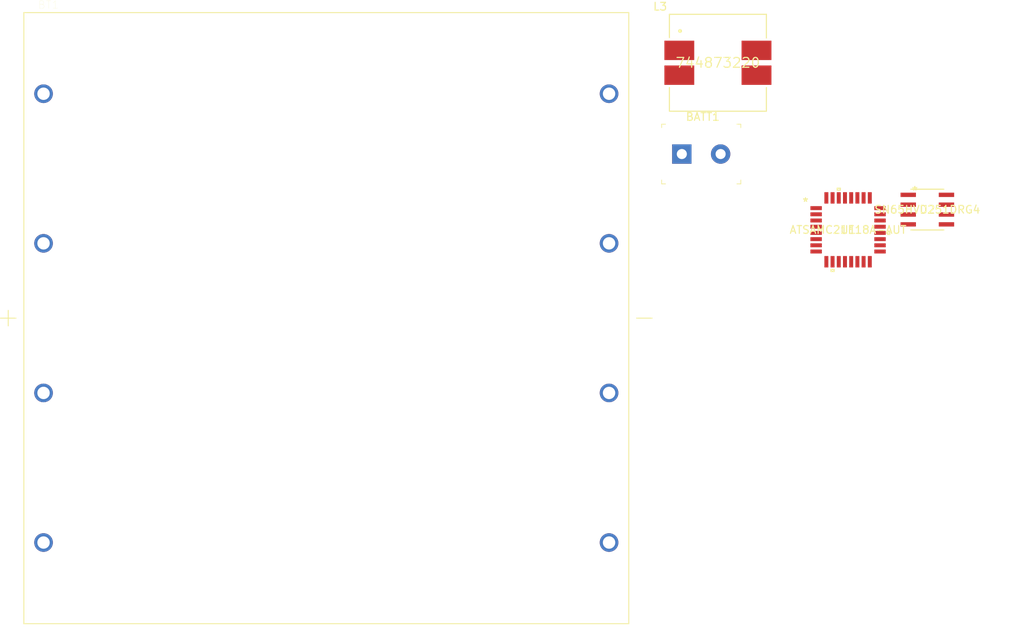
<source format=kicad_pcb>
(kicad_pcb (version 20171130) (host pcbnew 5.1.6)

  (general
    (thickness 1.6)
    (drawings 0)
    (tracks 0)
    (zones 0)
    (modules 5)
    (nets 46)
  )

  (page A4)
  (layers
    (0 F.Cu signal)
    (31 B.Cu signal)
    (32 B.Adhes user)
    (33 F.Adhes user)
    (34 B.Paste user)
    (35 F.Paste user)
    (36 B.SilkS user)
    (37 F.SilkS user)
    (38 B.Mask user)
    (39 F.Mask user)
    (40 Dwgs.User user)
    (41 Cmts.User user)
    (42 Eco1.User user)
    (43 Eco2.User user)
    (44 Edge.Cuts user)
    (45 Margin user)
    (46 B.CrtYd user)
    (47 F.CrtYd user)
    (48 B.Fab user)
    (49 F.Fab user)
  )

  (setup
    (last_trace_width 0.25)
    (trace_clearance 0.2)
    (zone_clearance 0.508)
    (zone_45_only no)
    (trace_min 0.2)
    (via_size 0.8)
    (via_drill 0.4)
    (via_min_size 0.4)
    (via_min_drill 0.3)
    (uvia_size 0.3)
    (uvia_drill 0.1)
    (uvias_allowed no)
    (uvia_min_size 0.2)
    (uvia_min_drill 0.1)
    (edge_width 0.05)
    (segment_width 0.2)
    (pcb_text_width 0.3)
    (pcb_text_size 1.5 1.5)
    (mod_edge_width 0.12)
    (mod_text_size 1 1)
    (mod_text_width 0.15)
    (pad_size 1.524 1.524)
    (pad_drill 0.762)
    (pad_to_mask_clearance 0.05)
    (aux_axis_origin 0 0)
    (visible_elements FFFFFF7F)
    (pcbplotparams
      (layerselection 0x010fc_ffffffff)
      (usegerberextensions false)
      (usegerberattributes true)
      (usegerberadvancedattributes true)
      (creategerberjobfile true)
      (excludeedgelayer true)
      (linewidth 0.100000)
      (plotframeref false)
      (viasonmask false)
      (mode 1)
      (useauxorigin false)
      (hpglpennumber 1)
      (hpglpenspeed 20)
      (hpglpendiameter 15.000000)
      (psnegative false)
      (psa4output false)
      (plotreference true)
      (plotvalue true)
      (plotinvisibletext false)
      (padsonsilk false)
      (subtractmaskfromsilk false)
      (outputformat 1)
      (mirror false)
      (drillshape 1)
      (scaleselection 1)
      (outputdirectory ""))
  )

  (net 0 "")
  (net 1 +BATT)
  (net 2 -BATT)
  (net 3 "Net-(BT1-Pad3)")
  (net 4 "Net-(BT1-Pad2)")
  (net 5 "Net-(BT1-Pad1)")
  (net 6 "Net-(D1-Pad2)")
  (net 7 "Net-(L3-Pad4)")
  (net 8 "Net-(U1-Pad1)")
  (net 9 "Net-(U1-Pad2)")
  (net 10 "Net-(U1-Pad3)")
  (net 11 "Net-(U1-Pad4)")
  (net 12 "Net-(U1-Pad5)")
  (net 13 "Net-(U1-Pad6)")
  (net 14 "Net-(U1-Pad7)")
  (net 15 "Net-(U1-Pad8)")
  (net 16 "Net-(U1-Pad9)")
  (net 17 "Net-(U1-Pad11)")
  (net 18 "Net-(U1-Pad12)")
  (net 19 "Net-(U1-Pad13)")
  (net 20 "Net-(U1-Pad14)")
  (net 21 "Net-(U1-Pad15)")
  (net 22 "Net-(U1-Pad16)")
  (net 23 "Net-(U1-Pad17)")
  (net 24 "Net-(U1-Pad18)")
  (net 25 "Net-(U1-Pad19)")
  (net 26 "Net-(U1-Pad20)")
  (net 27 "Net-(U1-Pad21)")
  (net 28 "Net-(U1-Pad22)")
  (net 29 "Net-(U1-Pad23)")
  (net 30 "Net-(U1-Pad24)")
  (net 31 "Net-(U1-Pad25)")
  (net 32 "Net-(U1-Pad26)")
  (net 33 "Net-(U1-Pad27)")
  (net 34 "Net-(U1-Pad29)")
  (net 35 "Net-(U1-Pad30)")
  (net 36 "Net-(U1-Pad31)")
  (net 37 "Net-(U1-Pad32)")
  (net 38 "Net-(U2-Pad1)")
  (net 39 "Net-(U2-Pad2)")
  (net 40 "Net-(U2-Pad3)")
  (net 41 "Net-(U2-Pad4)")
  (net 42 "Net-(U2-Pad5)")
  (net 43 "Net-(U2-Pad6)")
  (net 44 "Net-(U2-Pad7)")
  (net 45 "Net-(U2-Pad8)")

  (net_class Default "This is the default net class."
    (clearance 0.2)
    (trace_width 0.25)
    (via_dia 0.8)
    (via_drill 0.4)
    (uvia_dia 0.3)
    (uvia_drill 0.1)
    (add_net +BATT)
    (add_net -BATT)
    (add_net "Net-(BT1-Pad1)")
    (add_net "Net-(BT1-Pad2)")
    (add_net "Net-(BT1-Pad3)")
    (add_net "Net-(D1-Pad2)")
    (add_net "Net-(L3-Pad4)")
    (add_net "Net-(U1-Pad1)")
    (add_net "Net-(U1-Pad11)")
    (add_net "Net-(U1-Pad12)")
    (add_net "Net-(U1-Pad13)")
    (add_net "Net-(U1-Pad14)")
    (add_net "Net-(U1-Pad15)")
    (add_net "Net-(U1-Pad16)")
    (add_net "Net-(U1-Pad17)")
    (add_net "Net-(U1-Pad18)")
    (add_net "Net-(U1-Pad19)")
    (add_net "Net-(U1-Pad2)")
    (add_net "Net-(U1-Pad20)")
    (add_net "Net-(U1-Pad21)")
    (add_net "Net-(U1-Pad22)")
    (add_net "Net-(U1-Pad23)")
    (add_net "Net-(U1-Pad24)")
    (add_net "Net-(U1-Pad25)")
    (add_net "Net-(U1-Pad26)")
    (add_net "Net-(U1-Pad27)")
    (add_net "Net-(U1-Pad29)")
    (add_net "Net-(U1-Pad3)")
    (add_net "Net-(U1-Pad30)")
    (add_net "Net-(U1-Pad31)")
    (add_net "Net-(U1-Pad32)")
    (add_net "Net-(U1-Pad4)")
    (add_net "Net-(U1-Pad5)")
    (add_net "Net-(U1-Pad6)")
    (add_net "Net-(U1-Pad7)")
    (add_net "Net-(U1-Pad8)")
    (add_net "Net-(U1-Pad9)")
    (add_net "Net-(U2-Pad1)")
    (add_net "Net-(U2-Pad2)")
    (add_net "Net-(U2-Pad3)")
    (add_net "Net-(U2-Pad4)")
    (add_net "Net-(U2-Pad5)")
    (add_net "Net-(U2-Pad6)")
    (add_net "Net-(U2-Pad7)")
    (add_net "Net-(U2-Pad8)")
  )

  (module digikey-footprints:Term_Block_1x2_P5mm (layer F.Cu) (tedit 5D4199AF) (tstamp 5F267825)
    (at 160.285001 396.985001)
    (descr http://www.on-shore.com/wp-content/uploads/2015/09/osttcxx0162.pdf)
    (path /5F2BB433)
    (fp_text reference BATT1 (at 2.7 -4.8) (layer F.SilkS)
      (effects (font (size 1 1) (thickness 0.15)))
    )
    (fp_text value OSTTC020162 (at 2.05 5.05) (layer F.Fab)
      (effects (font (size 1 1) (thickness 0.15)))
    )
    (fp_line (start -2.5 -3.75) (end -2.5 3.75) (layer F.Fab) (width 0.1))
    (fp_line (start -2.75 -4) (end -2.75 4) (layer F.CrtYd) (width 0.05))
    (fp_line (start 7.5 -3.75) (end -2.5 -3.75) (layer F.Fab) (width 0.1))
    (fp_line (start 7.5 3.75) (end -2.5 3.75) (layer F.Fab) (width 0.1))
    (fp_line (start 7.5 -3.75) (end 7.5 3.75) (layer F.Fab) (width 0.1))
    (fp_line (start -2.75 4) (end 7.75 4) (layer F.CrtYd) (width 0.05))
    (fp_line (start 7.75 -4) (end 7.75 4) (layer F.CrtYd) (width 0.05))
    (fp_line (start -2.75 -4) (end 7.75 -4) (layer F.CrtYd) (width 0.05))
    (fp_line (start 7.6 -3.85) (end 7.1 -3.85) (layer F.SilkS) (width 0.1))
    (fp_line (start 7.6 -3.85) (end 7.6 -3.4) (layer F.SilkS) (width 0.1))
    (fp_line (start -2.6 -3.85) (end -2.6 -3.4) (layer F.SilkS) (width 0.1))
    (fp_line (start -2.6 -3.85) (end -2.1 -3.85) (layer F.SilkS) (width 0.1))
    (fp_line (start -2.6 3.85) (end -2.1 3.85) (layer F.SilkS) (width 0.1))
    (fp_line (start -2.6 3.85) (end -2.6 3.35) (layer F.SilkS) (width 0.1))
    (fp_line (start 7.6 3.85) (end 7.6 3.35) (layer F.SilkS) (width 0.1))
    (fp_line (start 7.6 3.85) (end 7.1 3.85) (layer F.SilkS) (width 0.1))
    (fp_text user %R (at 2.5 0) (layer F.Fab)
      (effects (font (size 1 1) (thickness 0.15)))
    )
    (pad 1 thru_hole rect (at 0 0) (size 2.5 2.5) (drill 1.3) (layers *.Cu *.Mask)
      (net 1 +BATT))
    (pad 2 thru_hole circle (at 5 0) (size 2.5 2.5) (drill 1.3) (layers *.Cu *.Mask)
      (net 2 -BATT))
  )

  (module BAT_BK-18650-PC8 (layer F.Cu) (tedit 5F258C76) (tstamp 5F26784B)
    (at 114.453501 418.155001)
    (path /5F29ED6A)
    (fp_text reference BT1 (at -35.825 -40.415) (layer F.SilkS)
      (effects (font (size 1 1) (thickness 0.015)))
    )
    (fp_text value BK-18650-PC8 (at -28.84 40.415) (layer F.Fab)
      (effects (font (size 1 1) (thickness 0.015)))
    )
    (fp_line (start 40 0) (end 42 0) (layer F.Fab) (width 0.127))
    (fp_line (start -42 0) (end -40 0) (layer F.Fab) (width 0.127))
    (fp_line (start -41 -1) (end -41 1) (layer F.Fab) (width 0.127))
    (fp_line (start -38.99 39.42) (end -38.99 -39.42) (layer F.Fab) (width 0.127))
    (fp_line (start 38.99 39.42) (end -38.99 39.42) (layer F.Fab) (width 0.127))
    (fp_line (start 38.99 -39.42) (end 38.99 39.42) (layer F.Fab) (width 0.127))
    (fp_line (start -38.99 -39.42) (end 38.99 -39.42) (layer F.Fab) (width 0.127))
    (fp_line (start 40 0) (end 42 0) (layer F.SilkS) (width 0.127))
    (fp_line (start -42 0) (end -40 0) (layer F.SilkS) (width 0.127))
    (fp_line (start -41 -1) (end -41 1) (layer F.SilkS) (width 0.127))
    (fp_line (start -39.24 39.67) (end -39.24 -39.67) (layer F.CrtYd) (width 0.05))
    (fp_line (start 39.24 39.67) (end -39.24 39.67) (layer F.CrtYd) (width 0.05))
    (fp_line (start 39.24 -39.67) (end 39.24 39.67) (layer F.CrtYd) (width 0.05))
    (fp_line (start -39.24 -39.67) (end 39.24 -39.67) (layer F.CrtYd) (width 0.05))
    (fp_line (start -38.99 39.42) (end -38.99 -39.42) (layer F.SilkS) (width 0.127))
    (fp_line (start 38.99 39.42) (end -38.99 39.42) (layer F.SilkS) (width 0.127))
    (fp_line (start 38.99 -39.42) (end 38.99 39.42) (layer F.SilkS) (width 0.127))
    (fp_line (start -38.99 -39.42) (end 38.99 -39.42) (layer F.SilkS) (width 0.127))
    (pad 1+ thru_hole circle (at -36.45 -28.95) (size 2.4 2.4) (drill 1.6) (layers *.Cu *.Mask)
      (net 1 +BATT))
    (pad 1 thru_hole circle (at 36.45 -28.95) (size 2.4 2.4) (drill 1.6) (layers *.Cu *.Mask)
      (net 5 "Net-(BT1-Pad1)"))
    (pad 2 thru_hole circle (at 36.45 -9.65) (size 2.4 2.4) (drill 1.6) (layers *.Cu *.Mask)
      (net 4 "Net-(BT1-Pad2)"))
    (pad 2+ thru_hole circle (at -36.45 -9.65) (size 2.4 2.4) (drill 1.6) (layers *.Cu *.Mask)
      (net 5 "Net-(BT1-Pad1)"))
    (pad 3+ thru_hole circle (at -36.45 9.65) (size 2.4 2.4) (drill 1.6) (layers *.Cu *.Mask)
      (net 4 "Net-(BT1-Pad2)"))
    (pad 3 thru_hole circle (at 36.45 9.65) (size 2.4 2.4) (drill 1.6) (layers *.Cu *.Mask)
      (net 3 "Net-(BT1-Pad3)"))
    (pad 4 thru_hole circle (at 36.45 28.95) (size 2.4 2.4) (drill 1.6) (layers *.Cu *.Mask)
      (net 2 -BATT))
    (pad 4+ thru_hole circle (at -36.45 28.95) (size 2.4 2.4) (drill 1.6) (layers *.Cu *.Mask)
      (net 3 "Net-(BT1-Pad3)"))
    (pad None np_thru_hole circle (at -27.805 -9.65) (size 3.2 3.2) (drill 3.2) (layers *.Cu *.Mask))
    (pad None np_thru_hole circle (at -27.805 -28.955) (size 3.2 3.2) (drill 3.2) (layers *.Cu *.Mask))
    (pad None np_thru_hole circle (at -27.805 9.65) (size 3.2 3.2) (drill 3.2) (layers *.Cu *.Mask))
    (pad None np_thru_hole circle (at -27.805 28.955) (size 3.2 3.2) (drill 3.2) (layers *.Cu *.Mask))
    (pad None np_thru_hole circle (at 27.805 -9.65) (size 3.2 3.2) (drill 3.2) (layers *.Cu *.Mask))
    (pad None np_thru_hole circle (at 27.805 -28.955) (size 3.2 3.2) (drill 3.2) (layers *.Cu *.Mask))
    (pad None np_thru_hole circle (at 27.805 9.65) (size 3.2 3.2) (drill 3.2) (layers *.Cu *.Mask))
    (pad None np_thru_hole circle (at 27.805 28.955) (size 3.2 3.2) (drill 3.2) (layers *.Cu *.Mask))
  )

  (module WU744873220:Wurth_Electronics-744873220-Manufacturer_Recommended (layer F.Cu) (tedit 5EF1E1D1) (tstamp 5F267864)
    (at 164.934999 385.209999)
    (path /5F277971)
    (fp_text reference L3 (at -8.424999 -7.249998) (layer F.SilkS)
      (effects (font (size 1 1) (thickness 0.15)) (justify left))
    )
    (fp_text value 744873220 (at 0 0) (layer F.SilkS)
      (effects (font (size 1.27 1.27) (thickness 0.15)))
    )
    (fp_line (start 7.350002 6.675002) (end 7.350002 -6.674998) (layer F.CrtYd) (width 0.15))
    (fp_line (start -7.349998 6.675002) (end 7.350002 6.675002) (layer F.CrtYd) (width 0.15))
    (fp_line (start -7.349998 -6.674998) (end -7.349998 6.675002) (layer F.CrtYd) (width 0.15))
    (fp_line (start 7.350002 -6.674998) (end -7.349998 -6.674998) (layer F.CrtYd) (width 0.15))
    (fp_line (start 7.350002 -6.674998) (end 7.350002 -6.674998) (layer F.CrtYd) (width 0.15))
    (fp_line (start -6.25 6.25) (end 6.25 6.25) (layer F.Fab) (width 0.1))
    (fp_line (start -6.25 -6.25) (end 6.25 -6.25) (layer F.Fab) (width 0.1))
    (fp_line (start 6.25 6.25) (end 6.25 -6.25) (layer F.Fab) (width 0.1))
    (fp_line (start -6.25 6.25) (end -6.25 -6.25) (layer F.Fab) (width 0.1))
    (fp_line (start 6.249998 6.199998) (end 6.249998 3.199999) (layer F.SilkS) (width 0.15))
    (fp_line (start -6.25 6.199998) (end -6.25 3.199999) (layer F.SilkS) (width 0.15))
    (fp_line (start 6.249998 -3.200001) (end 6.249998 -6.25) (layer F.SilkS) (width 0.15))
    (fp_line (start -6.25 -3.250001) (end -6.25 -6.25) (layer F.SilkS) (width 0.15))
    (fp_line (start -6.25 6.25) (end 6.25 6.25) (layer F.SilkS) (width 0.15))
    (fp_line (start -6.25 -6.25) (end 6.249998 -6.25) (layer F.SilkS) (width 0.15))
    (fp_circle (center -4.849998 -4.099999) (end -4.349999 -4.099999) (layer F.Fab) (width 0.1))
    (fp_circle (center -4.875002 -4.099999) (end -4.750001 -4.099999) (layer F.SilkS) (width 0.249999))
    (pad 1 smd rect (at -4.974999 -1.599998 270) (size 2.5 3.85) (layers F.Cu F.Paste F.Mask)
      (net 3 "Net-(BT1-Pad3)"))
    (pad 2 smd rect (at -4.974999 1.600002 270) (size 2.5 3.85) (layers F.Cu F.Paste F.Mask)
      (net 6 "Net-(D1-Pad2)"))
    (pad 4 smd rect (at 4.975001 -1.599998 270) (size 2.5 3.85) (layers F.Cu F.Paste F.Mask)
      (net 7 "Net-(L3-Pad4)"))
    (pad 3 smd rect (at 4.975001 1.600002 270) (size 2.5 3.85) (layers F.Cu F.Paste F.Mask)
      (net 5 "Net-(BT1-Pad1)"))
  )

  (module ATSAMC21E18A-AUT (layer F.Cu) (tedit 0) (tstamp 5F268B9B)
    (at 181.715801 406.7598)
    (path /5F422C4B/5F42F727)
    (fp_text reference U1 (at 0 0) (layer F.SilkS)
      (effects (font (size 1 1) (thickness 0.15)))
    )
    (fp_text value ATSAMC21E18A-AUT (at 0 0) (layer F.SilkS)
      (effects (font (size 1 1) (thickness 0.15)))
    )
    (fp_line (start -3.308 3.754) (end -3.754 3.754) (layer F.CrtYd) (width 0.1524))
    (fp_line (start -3.308 5.1096) (end -3.308 3.754) (layer F.CrtYd) (width 0.1524))
    (fp_line (start 3.308 5.1096) (end -3.308 5.1096) (layer F.CrtYd) (width 0.1524))
    (fp_line (start 3.308 3.754) (end 3.308 5.1096) (layer F.CrtYd) (width 0.1524))
    (fp_line (start 3.754 3.754) (end 3.308 3.754) (layer F.CrtYd) (width 0.1524))
    (fp_line (start 3.754 3.308) (end 3.754 3.754) (layer F.CrtYd) (width 0.1524))
    (fp_line (start 5.1096 3.308) (end 3.754 3.308) (layer F.CrtYd) (width 0.1524))
    (fp_line (start 5.1096 -3.308) (end 5.1096 3.308) (layer F.CrtYd) (width 0.1524))
    (fp_line (start 3.754 -3.308) (end 5.1096 -3.308) (layer F.CrtYd) (width 0.1524))
    (fp_line (start 3.754 -3.754) (end 3.754 -3.308) (layer F.CrtYd) (width 0.1524))
    (fp_line (start 3.308 -3.754) (end 3.754 -3.754) (layer F.CrtYd) (width 0.1524))
    (fp_line (start 3.308 -5.1096) (end 3.308 -3.754) (layer F.CrtYd) (width 0.1524))
    (fp_line (start -3.308 -5.1096) (end 3.308 -5.1096) (layer F.CrtYd) (width 0.1524))
    (fp_line (start -3.308 -3.754) (end -3.308 -5.1096) (layer F.CrtYd) (width 0.1524))
    (fp_line (start -3.754 -3.754) (end -3.308 -3.754) (layer F.CrtYd) (width 0.1524))
    (fp_line (start -3.754 -3.308) (end -3.754 -3.754) (layer F.CrtYd) (width 0.1524))
    (fp_line (start -5.1096 -3.308) (end -3.754 -3.308) (layer F.CrtYd) (width 0.1524))
    (fp_line (start -5.1096 3.308) (end -5.1096 -3.308) (layer F.CrtYd) (width 0.1524))
    (fp_line (start -3.754 3.308) (end -5.1096 3.308) (layer F.CrtYd) (width 0.1524))
    (fp_line (start -3.754 3.754) (end -3.754 3.308) (layer F.CrtYd) (width 0.1524))
    (fp_line (start -1.0095 -5.109599) (end -1.3905 -5.109599) (layer F.SilkS) (width 0.1524))
    (fp_line (start -1.0095 -5.363599) (end -1.0095 -5.109599) (layer F.SilkS) (width 0.1524))
    (fp_line (start -1.3905 -5.363599) (end -1.0095 -5.363599) (layer F.SilkS) (width 0.1524))
    (fp_line (start -1.3905 -5.109599) (end -1.3905 -5.363599) (layer F.SilkS) (width 0.1524))
    (fp_line (start 5.109599 0.209499) (end 5.363599 0.209499) (layer F.SilkS) (width 0.1524))
    (fp_line (start 5.109599 0.590499) (end 5.109599 0.209499) (layer F.SilkS) (width 0.1524))
    (fp_line (start 5.363599 0.590499) (end 5.109599 0.590499) (layer F.SilkS) (width 0.1524))
    (fp_line (start 5.363599 0.209499) (end 5.363599 0.590499) (layer F.SilkS) (width 0.1524))
    (fp_line (start -1.809501 5.109599) (end -2.190501 5.109599) (layer F.SilkS) (width 0.1524))
    (fp_line (start -1.809501 5.363599) (end -1.809501 5.109599) (layer F.SilkS) (width 0.1524))
    (fp_line (start -2.190501 5.363599) (end -1.809501 5.363599) (layer F.SilkS) (width 0.1524))
    (fp_line (start -2.190501 5.109599) (end -2.190501 5.363599) (layer F.SilkS) (width 0.1524))
    (fp_line (start -3.500001 3.500001) (end -3.500001 3.500001) (layer F.Fab) (width 0.1524))
    (fp_line (start -3.500001 -3.500001) (end -3.500001 3.500001) (layer F.Fab) (width 0.1524))
    (fp_line (start -3.500001 -3.500001) (end -3.500001 -3.500001) (layer F.Fab) (width 0.1524))
    (fp_line (start 3.500001 -3.500001) (end -3.500001 -3.500001) (layer F.Fab) (width 0.1524))
    (fp_line (start 3.500001 -3.500001) (end 3.500001 -3.500001) (layer F.Fab) (width 0.1524))
    (fp_line (start 3.500001 3.500001) (end 3.500001 -3.500001) (layer F.Fab) (width 0.1524))
    (fp_line (start 3.500001 3.500001) (end 3.500001 3.500001) (layer F.Fab) (width 0.1524))
    (fp_line (start -3.500001 3.500001) (end 3.500001 3.500001) (layer F.Fab) (width 0.1524))
    (fp_line (start -3.5 -2.229999) (end -2.229999 -3.5) (layer F.Fab) (width 0.1524))
    (fp_line (start 4.5 -3.0286) (end 3.5 -3.0286) (layer F.Fab) (width 0.1524))
    (fp_line (start 4.5 -2.5714) (end 4.5 -3.0286) (layer F.Fab) (width 0.1524))
    (fp_line (start 3.5 -2.5714) (end 4.5 -2.5714) (layer F.Fab) (width 0.1524))
    (fp_line (start 3.5 -3.0286) (end 3.5 -2.5714) (layer F.Fab) (width 0.1524))
    (fp_line (start 4.5 -2.2286) (end 3.5 -2.2286) (layer F.Fab) (width 0.1524))
    (fp_line (start 4.5 -1.7714) (end 4.5 -2.2286) (layer F.Fab) (width 0.1524))
    (fp_line (start 3.5 -1.7714) (end 4.5 -1.7714) (layer F.Fab) (width 0.1524))
    (fp_line (start 3.5 -2.2286) (end 3.5 -1.7714) (layer F.Fab) (width 0.1524))
    (fp_line (start 4.5 -1.4286) (end 3.5 -1.4286) (layer F.Fab) (width 0.1524))
    (fp_line (start 4.5 -0.9714) (end 4.5 -1.4286) (layer F.Fab) (width 0.1524))
    (fp_line (start 3.5 -0.9714) (end 4.5 -0.9714) (layer F.Fab) (width 0.1524))
    (fp_line (start 3.5 -1.4286) (end 3.5 -0.9714) (layer F.Fab) (width 0.1524))
    (fp_line (start 4.5 -0.6286) (end 3.5 -0.6286) (layer F.Fab) (width 0.1524))
    (fp_line (start 4.5 -0.1714) (end 4.5 -0.6286) (layer F.Fab) (width 0.1524))
    (fp_line (start 3.5 -0.1714) (end 4.5 -0.1714) (layer F.Fab) (width 0.1524))
    (fp_line (start 3.5 -0.6286) (end 3.5 -0.1714) (layer F.Fab) (width 0.1524))
    (fp_line (start 4.5 0.1714) (end 3.5 0.1714) (layer F.Fab) (width 0.1524))
    (fp_line (start 4.5 0.6286) (end 4.5 0.1714) (layer F.Fab) (width 0.1524))
    (fp_line (start 3.5 0.6286) (end 4.5 0.6286) (layer F.Fab) (width 0.1524))
    (fp_line (start 3.5 0.1714) (end 3.5 0.6286) (layer F.Fab) (width 0.1524))
    (fp_line (start 4.5 0.9714) (end 3.5 0.9714) (layer F.Fab) (width 0.1524))
    (fp_line (start 4.5 1.4286) (end 4.5 0.9714) (layer F.Fab) (width 0.1524))
    (fp_line (start 3.5 1.4286) (end 4.5 1.4286) (layer F.Fab) (width 0.1524))
    (fp_line (start 3.5 0.9714) (end 3.5 1.4286) (layer F.Fab) (width 0.1524))
    (fp_line (start 4.5 1.7714) (end 3.5 1.7714) (layer F.Fab) (width 0.1524))
    (fp_line (start 4.5 2.2286) (end 4.5 1.7714) (layer F.Fab) (width 0.1524))
    (fp_line (start 3.5 2.2286) (end 4.5 2.2286) (layer F.Fab) (width 0.1524))
    (fp_line (start 3.5 1.7714) (end 3.5 2.2286) (layer F.Fab) (width 0.1524))
    (fp_line (start 4.5 2.5714) (end 3.5 2.5714) (layer F.Fab) (width 0.1524))
    (fp_line (start 4.5 3.0286) (end 4.5 2.5714) (layer F.Fab) (width 0.1524))
    (fp_line (start 3.5 3.0286) (end 4.5 3.0286) (layer F.Fab) (width 0.1524))
    (fp_line (start 3.5 2.5714) (end 3.5 3.0286) (layer F.Fab) (width 0.1524))
    (fp_line (start 3.0286 4.5) (end 3.0286 3.5) (layer F.Fab) (width 0.1524))
    (fp_line (start 2.5714 4.5) (end 3.0286 4.5) (layer F.Fab) (width 0.1524))
    (fp_line (start 2.5714 3.5) (end 2.5714 4.5) (layer F.Fab) (width 0.1524))
    (fp_line (start 3.0286 3.5) (end 2.5714 3.5) (layer F.Fab) (width 0.1524))
    (fp_line (start 2.2286 4.5) (end 2.2286 3.5) (layer F.Fab) (width 0.1524))
    (fp_line (start 1.7714 4.5) (end 2.2286 4.5) (layer F.Fab) (width 0.1524))
    (fp_line (start 1.7714 3.5) (end 1.7714 4.5) (layer F.Fab) (width 0.1524))
    (fp_line (start 2.2286 3.5) (end 1.7714 3.5) (layer F.Fab) (width 0.1524))
    (fp_line (start 1.4286 4.5) (end 1.4286 3.5) (layer F.Fab) (width 0.1524))
    (fp_line (start 0.9714 4.5) (end 1.4286 4.5) (layer F.Fab) (width 0.1524))
    (fp_line (start 0.9714 3.5) (end 0.9714 4.5) (layer F.Fab) (width 0.1524))
    (fp_line (start 1.4286 3.5) (end 0.9714 3.5) (layer F.Fab) (width 0.1524))
    (fp_line (start 0.6286 4.5) (end 0.6286 3.5) (layer F.Fab) (width 0.1524))
    (fp_line (start 0.1714 4.5) (end 0.6286 4.5) (layer F.Fab) (width 0.1524))
    (fp_line (start 0.1714 3.5) (end 0.1714 4.5) (layer F.Fab) (width 0.1524))
    (fp_line (start 0.6286 3.5) (end 0.1714 3.5) (layer F.Fab) (width 0.1524))
    (fp_line (start -0.1714 4.5) (end -0.1714 3.5) (layer F.Fab) (width 0.1524))
    (fp_line (start -0.6286 4.5) (end -0.1714 4.5) (layer F.Fab) (width 0.1524))
    (fp_line (start -0.6286 3.5) (end -0.6286 4.5) (layer F.Fab) (width 0.1524))
    (fp_line (start -0.1714 3.5) (end -0.6286 3.5) (layer F.Fab) (width 0.1524))
    (fp_line (start -0.9714 4.5) (end -0.9714 3.5) (layer F.Fab) (width 0.1524))
    (fp_line (start -1.4286 4.5) (end -0.9714 4.5) (layer F.Fab) (width 0.1524))
    (fp_line (start -1.4286 3.5) (end -1.4286 4.5) (layer F.Fab) (width 0.1524))
    (fp_line (start -0.9714 3.5) (end -1.4286 3.5) (layer F.Fab) (width 0.1524))
    (fp_line (start -1.7714 4.5) (end -1.7714 3.5) (layer F.Fab) (width 0.1524))
    (fp_line (start -2.2286 4.5) (end -1.7714 4.5) (layer F.Fab) (width 0.1524))
    (fp_line (start -2.2286 3.5) (end -2.2286 4.5) (layer F.Fab) (width 0.1524))
    (fp_line (start -1.7714 3.5) (end -2.2286 3.5) (layer F.Fab) (width 0.1524))
    (fp_line (start -2.5714 4.5) (end -2.5714 3.5) (layer F.Fab) (width 0.1524))
    (fp_line (start -3.0286 4.5) (end -2.5714 4.5) (layer F.Fab) (width 0.1524))
    (fp_line (start -3.0286 3.5) (end -3.0286 4.5) (layer F.Fab) (width 0.1524))
    (fp_line (start -2.5714 3.5) (end -3.0286 3.5) (layer F.Fab) (width 0.1524))
    (fp_line (start -4.5 3.0286) (end -3.5 3.0286) (layer F.Fab) (width 0.1524))
    (fp_line (start -4.5 2.5714) (end -4.5 3.0286) (layer F.Fab) (width 0.1524))
    (fp_line (start -3.5 2.5714) (end -4.5 2.5714) (layer F.Fab) (width 0.1524))
    (fp_line (start -3.5 3.0286) (end -3.5 2.5714) (layer F.Fab) (width 0.1524))
    (fp_line (start -4.5 2.2286) (end -3.5 2.2286) (layer F.Fab) (width 0.1524))
    (fp_line (start -4.5 1.7714) (end -4.5 2.2286) (layer F.Fab) (width 0.1524))
    (fp_line (start -3.5 1.7714) (end -4.5 1.7714) (layer F.Fab) (width 0.1524))
    (fp_line (start -3.5 2.2286) (end -3.5 1.7714) (layer F.Fab) (width 0.1524))
    (fp_line (start -4.5 1.4286) (end -3.5 1.4286) (layer F.Fab) (width 0.1524))
    (fp_line (start -4.5 0.9714) (end -4.5 1.4286) (layer F.Fab) (width 0.1524))
    (fp_line (start -3.5 0.9714) (end -4.5 0.9714) (layer F.Fab) (width 0.1524))
    (fp_line (start -3.5 1.4286) (end -3.5 0.9714) (layer F.Fab) (width 0.1524))
    (fp_line (start -4.5 0.6286) (end -3.5 0.6286) (layer F.Fab) (width 0.1524))
    (fp_line (start -4.5 0.1714) (end -4.5 0.6286) (layer F.Fab) (width 0.1524))
    (fp_line (start -3.5 0.1714) (end -4.5 0.1714) (layer F.Fab) (width 0.1524))
    (fp_line (start -3.5 0.6286) (end -3.5 0.1714) (layer F.Fab) (width 0.1524))
    (fp_line (start -4.5 -0.1714) (end -3.5 -0.1714) (layer F.Fab) (width 0.1524))
    (fp_line (start -4.5 -0.6286) (end -4.5 -0.1714) (layer F.Fab) (width 0.1524))
    (fp_line (start -3.5 -0.6286) (end -4.5 -0.6286) (layer F.Fab) (width 0.1524))
    (fp_line (start -3.5 -0.1714) (end -3.5 -0.6286) (layer F.Fab) (width 0.1524))
    (fp_line (start -4.5 -0.9714) (end -3.5 -0.9714) (layer F.Fab) (width 0.1524))
    (fp_line (start -4.5 -1.4286) (end -4.5 -0.9714) (layer F.Fab) (width 0.1524))
    (fp_line (start -3.5 -1.4286) (end -4.5 -1.4286) (layer F.Fab) (width 0.1524))
    (fp_line (start -3.5 -0.9714) (end -3.5 -1.4286) (layer F.Fab) (width 0.1524))
    (fp_line (start -4.5 -1.7714) (end -3.5 -1.7714) (layer F.Fab) (width 0.1524))
    (fp_line (start -4.5 -2.2286) (end -4.5 -1.7714) (layer F.Fab) (width 0.1524))
    (fp_line (start -3.5 -2.2286) (end -4.5 -2.2286) (layer F.Fab) (width 0.1524))
    (fp_line (start -3.5 -1.7714) (end -3.5 -2.2286) (layer F.Fab) (width 0.1524))
    (fp_line (start -4.5 -2.5714) (end -3.5 -2.5714) (layer F.Fab) (width 0.1524))
    (fp_line (start -4.5 -3.0286) (end -4.5 -2.5714) (layer F.Fab) (width 0.1524))
    (fp_line (start -3.5 -3.0286) (end -4.5 -3.0286) (layer F.Fab) (width 0.1524))
    (fp_line (start -3.5 -2.5714) (end -3.5 -3.0286) (layer F.Fab) (width 0.1524))
    (fp_line (start -3.0286 -4.5) (end -3.0286 -3.5) (layer F.Fab) (width 0.1524))
    (fp_line (start -2.5714 -4.5) (end -3.0286 -4.5) (layer F.Fab) (width 0.1524))
    (fp_line (start -2.5714 -3.5) (end -2.5714 -4.5) (layer F.Fab) (width 0.1524))
    (fp_line (start -3.0286 -3.5) (end -2.5714 -3.5) (layer F.Fab) (width 0.1524))
    (fp_line (start -2.2286 -4.5) (end -2.2286 -3.5) (layer F.Fab) (width 0.1524))
    (fp_line (start -1.7714 -4.5) (end -2.2286 -4.5) (layer F.Fab) (width 0.1524))
    (fp_line (start -1.7714 -3.5) (end -1.7714 -4.5) (layer F.Fab) (width 0.1524))
    (fp_line (start -2.2286 -3.5) (end -1.7714 -3.5) (layer F.Fab) (width 0.1524))
    (fp_line (start -1.4286 -4.5) (end -1.4286 -3.5) (layer F.Fab) (width 0.1524))
    (fp_line (start -0.9714 -4.5) (end -1.4286 -4.5) (layer F.Fab) (width 0.1524))
    (fp_line (start -0.9714 -3.5) (end -0.9714 -4.5) (layer F.Fab) (width 0.1524))
    (fp_line (start -1.4286 -3.5) (end -0.9714 -3.5) (layer F.Fab) (width 0.1524))
    (fp_line (start -0.6286 -4.5) (end -0.6286 -3.5) (layer F.Fab) (width 0.1524))
    (fp_line (start -0.1714 -4.5) (end -0.6286 -4.5) (layer F.Fab) (width 0.1524))
    (fp_line (start -0.1714 -3.5) (end -0.1714 -4.5) (layer F.Fab) (width 0.1524))
    (fp_line (start -0.6286 -3.5) (end -0.1714 -3.5) (layer F.Fab) (width 0.1524))
    (fp_line (start 0.1714 -4.5) (end 0.1714 -3.5) (layer F.Fab) (width 0.1524))
    (fp_line (start 0.6286 -4.5) (end 0.1714 -4.5) (layer F.Fab) (width 0.1524))
    (fp_line (start 0.6286 -3.5) (end 0.6286 -4.5) (layer F.Fab) (width 0.1524))
    (fp_line (start 0.1714 -3.5) (end 0.6286 -3.5) (layer F.Fab) (width 0.1524))
    (fp_line (start 0.9714 -4.5) (end 0.9714 -3.5) (layer F.Fab) (width 0.1524))
    (fp_line (start 1.4286 -4.5) (end 0.9714 -4.5) (layer F.Fab) (width 0.1524))
    (fp_line (start 1.4286 -3.5) (end 1.4286 -4.5) (layer F.Fab) (width 0.1524))
    (fp_line (start 0.9714 -3.5) (end 1.4286 -3.5) (layer F.Fab) (width 0.1524))
    (fp_line (start 1.7714 -4.5) (end 1.7714 -3.5) (layer F.Fab) (width 0.1524))
    (fp_line (start 2.2286 -4.5) (end 1.7714 -4.5) (layer F.Fab) (width 0.1524))
    (fp_line (start 2.2286 -3.5) (end 2.2286 -4.5) (layer F.Fab) (width 0.1524))
    (fp_line (start 1.7714 -3.5) (end 2.2286 -3.5) (layer F.Fab) (width 0.1524))
    (fp_line (start 2.5714 -4.5) (end 2.5714 -3.5) (layer F.Fab) (width 0.1524))
    (fp_line (start 3.0286 -4.5) (end 2.5714 -4.5) (layer F.Fab) (width 0.1524))
    (fp_line (start 3.0286 -3.5) (end 3.0286 -4.5) (layer F.Fab) (width 0.1524))
    (fp_line (start 2.5714 -3.5) (end 3.0286 -3.5) (layer F.Fab) (width 0.1524))
    (fp_text user "Copyright 2016 Accelerated Designs. All rights reserved." (at 0 0) (layer Cmts.User)
      (effects (font (size 0.127 0.127) (thickness 0.002)))
    )
    (fp_text user * (at -5.4906 -3.581) (layer F.SilkS)
      (effects (font (size 1 1) (thickness 0.15)))
    )
    (fp_text user * (at -3.118999 -3.2) (layer F.Fab)
      (effects (font (size 1 1) (thickness 0.15)))
    )
    (fp_text user 0.031in/0.8mm (at 7.548 -2.4) (layer Dwgs.User)
      (effects (font (size 1 1) (thickness 0.15)))
    )
    (fp_text user 0.02in/0.508mm (at 2.8 -7.548) (layer Dwgs.User)
      (effects (font (size 1 1) (thickness 0.15)))
    )
    (fp_text user 0.058in/1.473mm (at 9.088 -4.119) (layer Dwgs.User)
      (effects (font (size 1 1) (thickness 0.15)))
    )
    (fp_text user 0.324in/8.238mm (at -9.088 0) (layer Dwgs.User)
      (effects (font (size 1 1) (thickness 0.15)))
    )
    (fp_text user 0.324in/8.238mm (at 0 8.818) (layer Dwgs.User)
      (effects (font (size 1 1) (thickness 0.15)))
    )
    (fp_text user * (at -5.4906 -3.581) (layer F.SilkS)
      (effects (font (size 1 1) (thickness 0.15)))
    )
    (fp_text user * (at -3.118999 -3.2) (layer F.Fab)
      (effects (font (size 1 1) (thickness 0.15)))
    )
    (pad 1 smd rect (at -4.118999 -2.799999 90) (size 0.508 1.4732) (layers F.Cu F.Paste F.Mask)
      (net 8 "Net-(U1-Pad1)"))
    (pad 2 smd rect (at -4.118999 -2.000001 90) (size 0.508 1.4732) (layers F.Cu F.Paste F.Mask)
      (net 9 "Net-(U1-Pad2)"))
    (pad 3 smd rect (at -4.118999 -1.2 90) (size 0.508 1.4732) (layers F.Cu F.Paste F.Mask)
      (net 10 "Net-(U1-Pad3)"))
    (pad 4 smd rect (at -4.118999 -0.399999 90) (size 0.508 1.4732) (layers F.Cu F.Paste F.Mask)
      (net 11 "Net-(U1-Pad4)"))
    (pad 5 smd rect (at -4.118999 0.399999 90) (size 0.508 1.4732) (layers F.Cu F.Paste F.Mask)
      (net 12 "Net-(U1-Pad5)"))
    (pad 6 smd rect (at -4.118999 1.2 90) (size 0.508 1.4732) (layers F.Cu F.Paste F.Mask)
      (net 13 "Net-(U1-Pad6)"))
    (pad 7 smd rect (at -4.118999 1.999999 90) (size 0.508 1.4732) (layers F.Cu F.Paste F.Mask)
      (net 14 "Net-(U1-Pad7)"))
    (pad 8 smd rect (at -4.118999 2.799999 90) (size 0.508 1.4732) (layers F.Cu F.Paste F.Mask)
      (net 15 "Net-(U1-Pad8)"))
    (pad 9 smd rect (at -2.799999 4.118999) (size 0.508 1.4732) (layers F.Cu F.Paste F.Mask)
      (net 16 "Net-(U1-Pad9)"))
    (pad 10 smd rect (at -2.000001 4.118999) (size 0.508 1.4732) (layers F.Cu F.Paste F.Mask)
      (net 2 -BATT))
    (pad 11 smd rect (at -1.2 4.118999) (size 0.508 1.4732) (layers F.Cu F.Paste F.Mask)
      (net 17 "Net-(U1-Pad11)"))
    (pad 12 smd rect (at -0.399999 4.118999) (size 0.508 1.4732) (layers F.Cu F.Paste F.Mask)
      (net 18 "Net-(U1-Pad12)"))
    (pad 13 smd rect (at 0.399999 4.118999) (size 0.508 1.4732) (layers F.Cu F.Paste F.Mask)
      (net 19 "Net-(U1-Pad13)"))
    (pad 14 smd rect (at 1.2 4.118999) (size 0.508 1.4732) (layers F.Cu F.Paste F.Mask)
      (net 20 "Net-(U1-Pad14)"))
    (pad 15 smd rect (at 1.999999 4.118999) (size 0.508 1.4732) (layers F.Cu F.Paste F.Mask)
      (net 21 "Net-(U1-Pad15)"))
    (pad 16 smd rect (at 2.799999 4.118999) (size 0.508 1.4732) (layers F.Cu F.Paste F.Mask)
      (net 22 "Net-(U1-Pad16)"))
    (pad 17 smd rect (at 4.118999 2.799999 90) (size 0.508 1.4732) (layers F.Cu F.Paste F.Mask)
      (net 23 "Net-(U1-Pad17)"))
    (pad 18 smd rect (at 4.118999 2.000001 90) (size 0.508 1.4732) (layers F.Cu F.Paste F.Mask)
      (net 24 "Net-(U1-Pad18)"))
    (pad 19 smd rect (at 4.118999 1.2 90) (size 0.508 1.4732) (layers F.Cu F.Paste F.Mask)
      (net 25 "Net-(U1-Pad19)"))
    (pad 20 smd rect (at 4.118999 0.399999 90) (size 0.508 1.4732) (layers F.Cu F.Paste F.Mask)
      (net 26 "Net-(U1-Pad20)"))
    (pad 21 smd rect (at 4.118999 -0.399999 90) (size 0.508 1.4732) (layers F.Cu F.Paste F.Mask)
      (net 27 "Net-(U1-Pad21)"))
    (pad 22 smd rect (at 4.118999 -1.2 90) (size 0.508 1.4732) (layers F.Cu F.Paste F.Mask)
      (net 28 "Net-(U1-Pad22)"))
    (pad 23 smd rect (at 4.118999 -1.999999 90) (size 0.508 1.4732) (layers F.Cu F.Paste F.Mask)
      (net 29 "Net-(U1-Pad23)"))
    (pad 24 smd rect (at 4.118999 -2.799999 90) (size 0.508 1.4732) (layers F.Cu F.Paste F.Mask)
      (net 30 "Net-(U1-Pad24)"))
    (pad 25 smd rect (at 2.799999 -4.118999) (size 0.508 1.4732) (layers F.Cu F.Paste F.Mask)
      (net 31 "Net-(U1-Pad25)"))
    (pad 26 smd rect (at 2.000001 -4.118999) (size 0.508 1.4732) (layers F.Cu F.Paste F.Mask)
      (net 32 "Net-(U1-Pad26)"))
    (pad 27 smd rect (at 1.2 -4.118999) (size 0.508 1.4732) (layers F.Cu F.Paste F.Mask)
      (net 33 "Net-(U1-Pad27)"))
    (pad 28 smd rect (at 0.399999 -4.118999) (size 0.508 1.4732) (layers F.Cu F.Paste F.Mask)
      (net 2 -BATT))
    (pad 29 smd rect (at -0.399999 -4.118999) (size 0.508 1.4732) (layers F.Cu F.Paste F.Mask)
      (net 34 "Net-(U1-Pad29)"))
    (pad 30 smd rect (at -1.2 -4.118999) (size 0.508 1.4732) (layers F.Cu F.Paste F.Mask)
      (net 35 "Net-(U1-Pad30)"))
    (pad 31 smd rect (at -1.999999 -4.118999) (size 0.508 1.4732) (layers F.Cu F.Paste F.Mask)
      (net 36 "Net-(U1-Pad31)"))
    (pad 32 smd rect (at -2.799999 -4.118999) (size 0.508 1.4732) (layers F.Cu F.Paste F.Mask)
      (net 37 "Net-(U1-Pad32)"))
  )

  (module SN65HVD251DRG4 (layer F.Cu) (tedit 0) (tstamp 5F268BE3)
    (at 191.934601 404.152101)
    (path /5F422C4B/5F43CE67)
    (fp_text reference U2 (at 0 0) (layer F.SilkS)
      (effects (font (size 1 1) (thickness 0.15)))
    )
    (fp_text value SN65HVD251DRG4 (at 0 0) (layer F.SilkS)
      (effects (font (size 1 1) (thickness 0.15)))
    )
    (fp_line (start -2.2479 2.5908) (end -3.7084 2.5908) (layer F.CrtYd) (width 0.1524))
    (fp_line (start -2.2479 2.7559) (end -2.2479 2.5908) (layer F.CrtYd) (width 0.1524))
    (fp_line (start 2.2479 2.7559) (end -2.2479 2.7559) (layer F.CrtYd) (width 0.1524))
    (fp_line (start 2.2479 2.5908) (end 2.2479 2.7559) (layer F.CrtYd) (width 0.1524))
    (fp_line (start 3.7084 2.5908) (end 2.2479 2.5908) (layer F.CrtYd) (width 0.1524))
    (fp_line (start 3.7084 -2.5908) (end 3.7084 2.5908) (layer F.CrtYd) (width 0.1524))
    (fp_line (start 2.2479 -2.5908) (end 3.7084 -2.5908) (layer F.CrtYd) (width 0.1524))
    (fp_line (start 2.2479 -2.7559) (end 2.2479 -2.5908) (layer F.CrtYd) (width 0.1524))
    (fp_line (start -2.2479 -2.7559) (end 2.2479 -2.7559) (layer F.CrtYd) (width 0.1524))
    (fp_line (start -2.2479 -2.5908) (end -2.2479 -2.7559) (layer F.CrtYd) (width 0.1524))
    (fp_line (start -3.7084 -2.5908) (end -2.2479 -2.5908) (layer F.CrtYd) (width 0.1524))
    (fp_line (start -3.7084 2.5908) (end -3.7084 -2.5908) (layer F.CrtYd) (width 0.1524))
    (fp_line (start -1.9939 -2.5019) (end -1.9939 2.5019) (layer F.Fab) (width 0.1524))
    (fp_line (start 1.9939 -2.5019) (end -1.9939 -2.5019) (layer F.Fab) (width 0.1524))
    (fp_line (start 1.9939 2.5019) (end 1.9939 -2.5019) (layer F.Fab) (width 0.1524))
    (fp_line (start -1.9939 2.5019) (end 1.9939 2.5019) (layer F.Fab) (width 0.1524))
    (fp_line (start 2.1209 -2.6289) (end -2.1209 -2.6289) (layer F.SilkS) (width 0.1524))
    (fp_line (start -2.1209 2.6289) (end 2.1209 2.6289) (layer F.SilkS) (width 0.1524))
    (fp_line (start 3.0988 -2.159) (end 1.9939 -2.159) (layer F.Fab) (width 0.1524))
    (fp_line (start 3.0988 -1.651) (end 3.0988 -2.159) (layer F.Fab) (width 0.1524))
    (fp_line (start 1.9939 -1.651) (end 3.0988 -1.651) (layer F.Fab) (width 0.1524))
    (fp_line (start 1.9939 -2.159) (end 1.9939 -1.651) (layer F.Fab) (width 0.1524))
    (fp_line (start 3.0988 -0.889) (end 1.9939 -0.889) (layer F.Fab) (width 0.1524))
    (fp_line (start 3.0988 -0.381) (end 3.0988 -0.889) (layer F.Fab) (width 0.1524))
    (fp_line (start 1.9939 -0.381) (end 3.0988 -0.381) (layer F.Fab) (width 0.1524))
    (fp_line (start 1.9939 -0.889) (end 1.9939 -0.381) (layer F.Fab) (width 0.1524))
    (fp_line (start 3.0988 0.381) (end 1.9939 0.381) (layer F.Fab) (width 0.1524))
    (fp_line (start 3.0988 0.889) (end 3.0988 0.381) (layer F.Fab) (width 0.1524))
    (fp_line (start 1.9939 0.889) (end 3.0988 0.889) (layer F.Fab) (width 0.1524))
    (fp_line (start 1.9939 0.381) (end 1.9939 0.889) (layer F.Fab) (width 0.1524))
    (fp_line (start 3.0988 1.651) (end 1.9939 1.651) (layer F.Fab) (width 0.1524))
    (fp_line (start 3.0988 2.159) (end 3.0988 1.651) (layer F.Fab) (width 0.1524))
    (fp_line (start 1.9939 2.159) (end 3.0988 2.159) (layer F.Fab) (width 0.1524))
    (fp_line (start 1.9939 1.651) (end 1.9939 2.159) (layer F.Fab) (width 0.1524))
    (fp_line (start -3.0988 2.159) (end -1.9939 2.159) (layer F.Fab) (width 0.1524))
    (fp_line (start -3.0988 1.651) (end -3.0988 2.159) (layer F.Fab) (width 0.1524))
    (fp_line (start -1.9939 1.651) (end -3.0988 1.651) (layer F.Fab) (width 0.1524))
    (fp_line (start -1.9939 2.159) (end -1.9939 1.651) (layer F.Fab) (width 0.1524))
    (fp_line (start -3.0988 0.889) (end -1.9939 0.889) (layer F.Fab) (width 0.1524))
    (fp_line (start -3.0988 0.381) (end -3.0988 0.889) (layer F.Fab) (width 0.1524))
    (fp_line (start -1.9939 0.381) (end -3.0988 0.381) (layer F.Fab) (width 0.1524))
    (fp_line (start -1.9939 0.889) (end -1.9939 0.381) (layer F.Fab) (width 0.1524))
    (fp_line (start -3.0988 -0.381) (end -1.9939 -0.381) (layer F.Fab) (width 0.1524))
    (fp_line (start -3.0988 -0.889) (end -3.0988 -0.381) (layer F.Fab) (width 0.1524))
    (fp_line (start -1.9939 -0.889) (end -3.0988 -0.889) (layer F.Fab) (width 0.1524))
    (fp_line (start -1.9939 -0.381) (end -1.9939 -0.889) (layer F.Fab) (width 0.1524))
    (fp_line (start -3.0988 -1.651) (end -1.9939 -1.651) (layer F.Fab) (width 0.1524))
    (fp_line (start -3.0988 -2.159) (end -3.0988 -1.651) (layer F.Fab) (width 0.1524))
    (fp_line (start -1.9939 -2.159) (end -3.0988 -2.159) (layer F.Fab) (width 0.1524))
    (fp_line (start -1.9939 -1.651) (end -1.9939 -2.159) (layer F.Fab) (width 0.1524))
    (fp_text user "Copyright 2016 Accelerated Designs. All rights reserved." (at 0 0) (layer Cmts.User)
      (effects (font (size 0.127 0.127) (thickness 0.002)))
    )
    (fp_text user * (at -1.6129 -2.4257) (layer F.SilkS)
      (effects (font (size 1 1) (thickness 0.15)))
    )
    (fp_text user * (at -1.6129 -2.4257) (layer F.Fab)
      (effects (font (size 1 1) (thickness 0.15)))
    )
    (fp_text user 0.05in/1.27mm (at -5.5118 -1.27) (layer Dwgs.User)
      (effects (font (size 1 1) (thickness 0.15)))
    )
    (fp_text user 0.022in/0.559mm (at 5.5118 -1.905) (layer Dwgs.User)
      (effects (font (size 1 1) (thickness 0.15)))
    )
    (fp_text user 0.194in/4.928mm (at 0 -4.9149) (layer Dwgs.User)
      (effects (font (size 1 1) (thickness 0.15)))
    )
    (fp_text user 0.078in/1.981mm (at -2.4638 4.9149) (layer Dwgs.User)
      (effects (font (size 1 1) (thickness 0.15)))
    )
    (fp_text user * (at -1.6129 -2.4257) (layer F.Fab)
      (effects (font (size 1 1) (thickness 0.15)))
    )
    (fp_text user * (at -1.6129 -2.4257) (layer F.SilkS)
      (effects (font (size 1 1) (thickness 0.15)))
    )
    (fp_arc (start 0 -2.5019) (end 0.3048 -2.5019) (angle 180) (layer F.Fab) (width 0.1524))
    (pad 1 smd rect (at -2.4638 -1.905) (size 1.9812 0.5588) (layers F.Cu F.Paste F.Mask)
      (net 38 "Net-(U2-Pad1)"))
    (pad 2 smd rect (at -2.4638 -0.635) (size 1.9812 0.5588) (layers F.Cu F.Paste F.Mask)
      (net 39 "Net-(U2-Pad2)"))
    (pad 3 smd rect (at -2.4638 0.635) (size 1.9812 0.5588) (layers F.Cu F.Paste F.Mask)
      (net 40 "Net-(U2-Pad3)"))
    (pad 4 smd rect (at -2.4638 1.905) (size 1.9812 0.5588) (layers F.Cu F.Paste F.Mask)
      (net 41 "Net-(U2-Pad4)"))
    (pad 5 smd rect (at 2.4638 1.905) (size 1.9812 0.5588) (layers F.Cu F.Paste F.Mask)
      (net 42 "Net-(U2-Pad5)"))
    (pad 6 smd rect (at 2.4638 0.635) (size 1.9812 0.5588) (layers F.Cu F.Paste F.Mask)
      (net 43 "Net-(U2-Pad6)"))
    (pad 7 smd rect (at 2.4638 -0.635) (size 1.9812 0.5588) (layers F.Cu F.Paste F.Mask)
      (net 44 "Net-(U2-Pad7)"))
    (pad 8 smd rect (at 2.4638 -1.905) (size 1.9812 0.5588) (layers F.Cu F.Paste F.Mask)
      (net 45 "Net-(U2-Pad8)"))
  )

)

</source>
